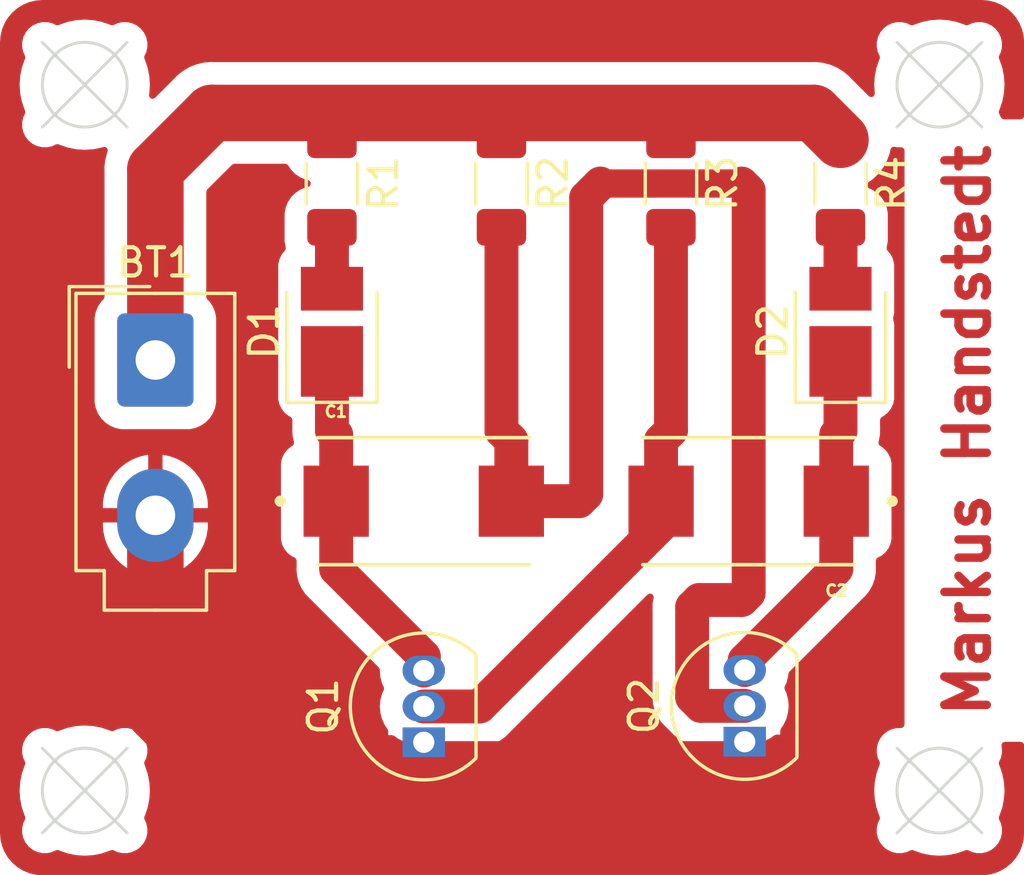
<source format=kicad_pcb>
(kicad_pcb (version 20211014) (generator pcbnew)
  (layers (0 "F.Cu" signal) (31 "B.Cu" signal) (34 "B.Paste" user) (35 "F.Paste" user) (36 "B.SilkS" user "B.Silkscreen") (37 "F.SilkS" user "F.Silkscreen") (38 "B.Mask" user) (39 "F.Mask" user) (44 "Edge.Cuts" user))
  (net 0 "")
  (net 1 "Net-(BT1-Pad1)")
  (net 2 "Net-(C1-Pad1)")
  (net 3 "Net-(C1-Pad2)")
  (net 4 "Net-(C2-Pad1)")
  (net 5 "Net-(C2-Pad2)")
  (net 6 "Net-(D1-Pad2)")
  (net 7 "Net-(D2-Pad2)")
  (net 8 "GND")
  (footprint "Package_TO_SOT_THT:TO-92_Inline" (layer "F.Cu") (at 192.11 81.77 90)
    (fp_text reference "Q2" (at 1.27 -3.56 90) (layer "F.SilkS"))
    (fp_text value "2N3904")
    (fp_line (start -0.53 1.85) (end 3.07 1.85) (layer "F.SilkS") (width 0.12))
    (fp_arc (start -0.568478 1.838478) (mid -1.132087 -0.994977) (end 1.27 -2.6) (layer "F.SilkS") (width 0.12))
    (fp_arc (start 1.27 -2.6) (mid 3.672087 -0.994977) (end 3.108478 1.838478) (layer "F.SilkS") (width 0.12))
    (pad "1" thru_hole rect (at 0 0 90) (size 1.05 1.5) (drill 0.75) (layers *.Cu *.Mask) (net 8 "GND"))
    (pad "2" thru_hole oval (at 1.27 0 90) (size 1.05 1.5) (drill 0.75) (layers *.Cu *.Mask) (net 3 "Net-(C1-Pad2)"))
    (pad "3" thru_hole oval (at 2.54 0 90) (size 1.05 1.5) (drill 0.75) (layers *.Cu *.Mask) (net 4 "Net-(C2-Pad1)"))
  )
  (footprint "LED_SMD:LED_PLCC_2835_Handsoldering" (layer "F.Cu") (at 195.5 67.25 90)
    (fp_text reference "D2" (at 0 -2.4 90) (layer "F.SilkS"))
    (fp_text value "RED")
    (fp_line (start 1.4 1.6) (end -2.5 1.6) (layer "F.SilkS") (width 0.12))
    (fp_line (start -2.5 -1.6) (end -2.5 1.6) (layer "F.SilkS") (width 0.12))
    (fp_line (start 1.4 -1.6) (end -2.5 -1.6) (layer "F.SilkS") (width 0.12))
    (pad "1" smd rect (at -1.05 0 90) (size 2.5 2.2) (layers "F.Cu" "F.Paste" "F.Mask") (net 4 "Net-(C2-Pad1)"))
    (pad "2" smd rect (at 1.525 0 90) (size 1.55 2.2) (layers "F.Cu" "F.Paste" "F.Mask") (net 7 "Net-(D2-Pad2)"))
  )
  (footprint "293D107X9010D2TE3:CAPPM7343X310N" (layer "F.Cu") (at 192.25 73.25 180)
    (fp_text reference "C2" (at -3.11 -3.17) (layer "F.SilkS") (effects (font (size 0.393701 0.393701))))
    (fp_text value "100uF")
    (fp_line (start -3.75 2.25) (end 3.75 2.25) (layer "F.SilkS") (width 0.127))
    (fp_line (start -3.75 -2.25) (end 3.75 -2.25) (layer "F.SilkS") (width 0.127))
    (fp_circle (center -5.08 0) (end -4.98 0) (layer "F.SilkS") (width 0.2) (fill none))
    (pad "1" smd rect locked (at -3.1 0 180) (size 2.31 2.52) (layers "F.Cu" "F.Paste" "F.Mask") (net 4 "Net-(C2-Pad1)"))
    (pad "2" smd rect locked (at 3.1 0 180) (size 2.31 2.52) (layers "F.Cu" "F.Paste" "F.Mask") (net 5 "Net-(C2-Pad2)"))
  )
  (footprint "Resistor_SMD:R_1206_3216Metric_Pad1.30x1.75mm_HandSolder" (layer "F.Cu") (at 189.5 62 -90)
    (fp_text reference "R3" (at 0 -1.82 90) (layer "F.SilkS"))
    (fp_text value "5k6")
    (fp_line (start -0.727064 0.91) (end 0.727064 0.91) (layer "F.SilkS") (width 0.12))
    (fp_line (start -0.727064 -0.91) (end 0.727064 -0.91) (layer "F.SilkS") (width 0.12))
    (pad "1" smd roundrect (at -1.55 0 270) (size 1.3 1.75) (layers "F.Cu" "F.Paste" "F.Mask") (roundrect_rratio 0.192308) (net 1 "Net-(BT1-Pad1)"))
    (pad "2" smd roundrect (at 1.55 0 270) (size 1.3 1.75) (layers "F.Cu" "F.Paste" "F.Mask") (roundrect_rratio 0.192308) (net 5 "Net-(C2-Pad2)"))
  )
  (footprint "293D107X9010D2TE3:CAPPM7343X310N" (layer "F.Cu") (at 180.75 73.25)
    (fp_text reference "C1" (at -3.11 -3.17) (layer "F.SilkS") (effects (font (size 0.393701 0.393701))))
    (fp_text value "100uF")
    (fp_line (start -3.75 2.25) (end 3.75 2.25) (layer "F.SilkS") (width 0.127))
    (fp_line (start -3.75 -2.25) (end 3.75 -2.25) (layer "F.SilkS") (width 0.127))
    (fp_circle (center -5.08 0) (end -4.98 0) (layer "F.SilkS") (width 0.2) (fill none))
    (pad "1" smd rect locked (at -3.1 0) (size 2.31 2.52) (layers "F.Cu" "F.Paste" "F.Mask") (net 2 "Net-(C1-Pad1)"))
    (pad "2" smd rect locked (at 3.1 0) (size 2.31 2.52) (layers "F.Cu" "F.Paste" "F.Mask") (net 3 "Net-(C1-Pad2)"))
  )
  (footprint "Resistor_SMD:R_1206_3216Metric_Pad1.30x1.75mm_HandSolder" (layer "F.Cu") (at 183.5 62 -90)
    (fp_text reference "R2" (at 0 -1.82 90) (layer "F.SilkS"))
    (fp_text value "5k6")
    (fp_line (start -0.727064 -0.91) (end 0.727064 -0.91) (layer "F.SilkS") (width 0.12))
    (fp_line (start -0.727064 0.91) (end 0.727064 0.91) (layer "F.SilkS") (width 0.12))
    (pad "1" smd roundrect (at -1.55 0 270) (size 1.3 1.75) (layers "F.Cu" "F.Paste" "F.Mask") (roundrect_rratio 0.192308) (net 1 "Net-(BT1-Pad1)"))
    (pad "2" smd roundrect (at 1.55 0 270) (size 1.3 1.75) (layers "F.Cu" "F.Paste" "F.Mask") (roundrect_rratio 0.192308) (net 3 "Net-(C1-Pad2)"))
  )
  (footprint "Resistor_SMD:R_1206_3216Metric_Pad1.30x1.75mm_HandSolder" (layer "F.Cu") (at 195.5 62 -90)
    (fp_text reference "R4" (at 0 -1.82 90) (layer "F.SilkS"))
    (fp_text value "470")
    (fp_line (start -0.727064 -0.91) (end 0.727064 -0.91) (layer "F.SilkS") (width 0.12))
    (fp_line (start -0.727064 0.91) (end 0.727064 0.91) (layer "F.SilkS") (width 0.12))
    (pad "1" smd roundrect (at -1.55 0 270) (size 1.3 1.75) (layers "F.Cu" "F.Paste" "F.Mask") (roundrect_rratio 0.192308) (net 1 "Net-(BT1-Pad1)"))
    (pad "2" smd roundrect (at 1.55 0 270) (size 1.3 1.75) (layers "F.Cu" "F.Paste" "F.Mask") (roundrect_rratio 0.192308) (net 7 "Net-(D2-Pad2)"))
  )
  (footprint "LED_SMD:LED_PLCC_2835_Handsoldering" (layer "F.Cu") (at 177.5 67.25 90)
    (fp_text reference "D1" (at 0 -2.4 90) (layer "F.SilkS"))
    (fp_text value "RED")
    (fp_line (start -2.5 -1.6) (end -2.5 1.6) (layer "F.SilkS") (width 0.12))
    (fp_line (start 1.4 1.6) (end -2.5 1.6) (layer "F.SilkS") (width 0.12))
    (fp_line (start 1.4 -1.6) (end -2.5 -1.6) (layer "F.SilkS") (width 0.12))
    (pad "1" smd rect (at -1.05 0 90) (size 2.5 2.2) (layers "F.Cu" "F.Paste" "F.Mask") (net 2 "Net-(C1-Pad1)"))
    (pad "2" smd rect (at 1.525 0 90) (size 1.55 2.2) (layers "F.Cu" "F.Paste" "F.Mask") (net 6 "Net-(D1-Pad2)"))
  )
  (footprint "Package_TO_SOT_THT:TO-92_Inline" (layer "F.Cu") (at 180.75 81.79 90)
    (fp_text reference "Q1" (at 1.27 -3.56 90) (layer "F.SilkS"))
    (fp_text value "2N3904")
    (fp_line (start -0.53 1.85) (end 3.07 1.85) (layer "F.SilkS") (width 0.12))
    (fp_arc (start -0.568478 1.838478) (mid -1.132087 -0.994977) (end 1.27 -2.6) (layer "F.SilkS") (width 0.12))
    (fp_arc (start 1.27 -2.6) (mid 3.672087 -0.994977) (end 3.108478 1.838478) (layer "F.SilkS") (width 0.12))
    (pad "1" thru_hole rect (at 0 0 90) (size 1.05 1.5) (drill 0.75) (layers *.Cu *.Mask) (net 8 "GND"))
    (pad "2" thru_hole oval (at 1.27 0 90) (size 1.05 1.5) (drill 0.75) (layers *.Cu *.Mask) (net 5 "Net-(C2-Pad2)"))
    (pad "3" thru_hole oval (at 2.54 0 90) (size 1.05 1.5) (drill 0.75) (layers *.Cu *.Mask) (net 2 "Net-(C1-Pad1)"))
  )
  (footprint "Connector_Molex:Molex_Mini-Fit_Jr_5566-02A_2x01_P4.20mm_Vertical" (layer "F.Cu") (at 171.25 68.25)
    (fp_text reference "BT1" (at 0 -3.45) (layer "F.SilkS"))
    (fp_text value "9V")
    (fp_line (start 0 -2.36) (end -2.81 -2.36) (layer "F.SilkS") (width 0.12))
    (fp_line (start -0.2 -2.6) (end -3.05 -2.6) (layer "F.SilkS") (width 0.12))
    (fp_line (start -1.81 8.86) (end 0 8.86) (layer "F.SilkS") (width 0.12))
    (fp_line (start 2.81 -2.36) (end 2.81 7.46) (layer "F.SilkS") (width 0.12))
    (fp_line (start -1.81 7.46) (end -1.81 8.86) (layer "F.SilkS") (width 0.12))
    (fp_line (start 2.81 7.46) (end 1.81 7.46) (layer "F.SilkS") (width 0.12))
    (fp_line (start -2.81 7.46) (end -1.81 7.46) (layer "F.SilkS") (width 0.12))
    (fp_line (start 1.81 8.86) (end 0 8.86) (layer "F.SilkS") (width 0.12))
    (fp_line (start 1.81 7.46) (end 1.81 8.86) (layer "F.SilkS") (width 0.12))
    (fp_line (start 0 -2.36) (end 2.81 -2.36) (layer "F.SilkS") (width 0.12))
    (fp_line (start -2.81 -2.36) (end -2.81 7.46) (layer "F.SilkS") (width 0.12))
    (fp_line (start -3.05 -2.6) (end -3.05 0.25) (layer "F.SilkS") (width 0.12))
    (pad "1" thru_hole roundrect (at 0 0) (size 2.7 3.3) (drill 1.4) (layers *.Cu *.Mask) (roundrect_rratio 0.092593) (net 1 "Net-(BT1-Pad1)"))
    (pad "2" thru_hole oval (at 0 5.5) (size 2.7 3.3) (drill 1.4) (layers *.Cu *.Mask) (net 8 "GND"))
  )
  (footprint "Resistor_SMD:R_1206_3216Metric_Pad1.30x1.75mm_HandSolder" (layer "F.Cu") (at 177.5 62 -90)
    (fp_text reference "R1" (at 0 -1.82 90) (layer "F.SilkS"))
    (fp_text value "470")
    (fp_line (start -0.727064 0.91) (end 0.727064 0.91) (layer "F.SilkS") (width 0.12))
    (fp_line (start -0.727064 -0.91) (end 0.727064 -0.91) (layer "F.SilkS") (width 0.12))
    (pad "1" smd roundrect (at -1.55 0 270) (size 1.3 1.75) (layers "F.Cu" "F.Paste" "F.Mask") (roundrect_rratio 0.192308) (net 1 "Net-(BT1-Pad1)"))
    (pad "2" smd roundrect (at 1.55 0 270) (size 1.3 1.75) (layers "F.Cu" "F.Paste" "F.Mask") (roundrect_rratio 0.192308) (net 6 "Net-(D1-Pad2)"))
  )
  (gr_text "Markus Handstedt" (at 200 70.75 90) (layer "F.Cu") (effects (font (size 1.5 1.5) (thickness 0.3))))
  (target x (at 168.75 83.5) (size 3) (width 0.1) (layer "Edge.Cuts"))
  (target x (at 199 58.5) (size 3) (width 0.1) (layer "Edge.Cuts"))
  (target x (at 199 83.5) (size 3) (width 0.1) (layer "Edge.Cuts"))
  (target x (at 168.75 58.5) (size 3) (width 0.1) (layer "Edge.Cuts"))
  (segment (start 171.25 68.25) (end 171.25 61.5) (width 2) (layer "F.Cu") (net 1))
  (segment (start 171.25 61.5) (end 173.25 59.5) (width 2) (layer "F.Cu") (net 1))
  (segment (start 194.55 59.5) (end 195.5 60.45) (width 2) (layer "F.Cu") (net 1))
  (segment (start 173.25 59.5) (end 194.55 59.5) (width 2) (layer "F.Cu") (net 1))
  (segment (start 177.65 75.65) (end 180.75 78.75) (width 1.2) (layer "F.Cu") (net 2))
  (segment (start 177.65 70.9) (end 177.5 70.75) (width 1.2) (layer "F.Cu") (net 2))
  (segment (start 177.65 73.25) (end 177.65 70.9) (width 1.2) (layer "F.Cu") (net 2))
  (segment (start 177.5 70.75) (end 177.5 68.3) (width 1.2) (layer "F.Cu") (net 2))
  (segment (start 177.65 73.25) (end 177.65 75.65) (width 1.2) (layer "F.Cu") (net 2))
  (segment (start 180.75 79.25) (end 180.75 78.75) (width 1.2) (layer "F.Cu") (net 2))
  (segment (start 192.25 76.5) (end 192.25 62.25) (width 1.2) (layer "F.Cu") (net 3))
  (segment (start 192 76.75) (end 190.5 76.75) (width 1.2) (layer "F.Cu") (net 3))
  (segment (start 192.25 62.25) (end 192 62) (width 1.2) (layer "F.Cu") (net 3))
  (segment (start 190.25 77) (end 190.25 80.19) (width 1.2) (layer "F.Cu") (net 3))
  (segment (start 192.25 76.5) (end 192 76.75) (width 1.2) (layer "F.Cu") (net 3))
  (segment (start 192 62) (end 187 62) (width 1) (layer "F.Cu") (net 3))
  (segment (start 183.85 73.25) (end 183.85 71.1) (width 1.2) (layer "F.Cu") (net 3))
  (segment (start 186.5 73) (end 186.25 73.25) (width 1.2) (layer "F.Cu") (net 3))
  (segment (start 186.5 62.5) (end 186.5 73) (width 1.2) (layer "F.Cu") (net 3))
  (segment (start 187 62) (end 186.5 62.5) (width 1.2) (layer "F.Cu") (net 3))
  (segment (start 186.25 73.25) (end 183.85 73.25) (width 1.2) (layer "F.Cu") (net 3))
  (segment (start 183.85 71.1) (end 183.5 70.75) (width 1.2) (layer "F.Cu") (net 3))
  (segment (start 190.5 76.75) (end 190.25 77) (width 1.2) (layer "F.Cu") (net 3))
  (segment (start 183.5 70.75) (end 183.5 63.55) (width 1.2) (layer "F.Cu") (net 3))
  (segment (start 192.11 80.5) (end 190.56 80.5) (width 1.2) (layer "F.Cu") (net 3))
  (segment (start 190.56 80.5) (end 190.25 80.19) (width 1.2) (layer "F.Cu") (net 3))
  (segment (start 195.35 73.25) (end 195.35 70.9) (width 1.2) (layer "F.Cu") (net 4))
  (segment (start 195.5 70.75) (end 195.5 68.3) (width 1.2) (layer "F.Cu") (net 4))
  (segment (start 195.35 70.9) (end 195.5 70.75) (width 1.2) (layer "F.Cu") (net 4))
  (segment (start 195.35 73.25) (end 195.35 75.65) (width 1.2) (layer "F.Cu") (net 4))
  (segment (start 192.11 78.89) (end 192.11 79.23) (width 1.2) (layer "F.Cu") (net 4))
  (segment (start 195.35 75.65) (end 192.11 78.89) (width 1.2) (layer "F.Cu") (net 4))
  (segment (start 180.75 80.52) (end 182.73 80.52) (width 1.2) (layer "F.Cu") (net 5))
  (segment (start 189.15 74.1) (end 189.15 73.25) (width 1.2) (layer "F.Cu") (net 5))
  (segment (start 189.15 71.1) (end 189.5 70.75) (width 1.2) (layer "F.Cu") (net 5))
  (segment (start 189.5 70.75) (end 189.5 63.55) (width 1.2) (layer "F.Cu") (net 5))
  (segment (start 189.15 73.25) (end 189.15 71.1) (width 1.2) (layer "F.Cu") (net 5))
  (segment (start 182.73 80.52) (end 189.15 74.1) (width 1.2) (layer "F.Cu") (net 5))
  (segment (start 177.5 63.55) (end 177.5 65.725) (width 1.2) (layer "F.Cu") (net 6))
  (segment (start 195.5 63.55) (end 195.5 65.725) (width 1.2) (layer "F.Cu") (net 7))
  (segment (start 173.25 82.75) (end 192.75 82.75) (width 2) (layer "F.Cu") (net 8))
  (segment (start 171.25 80.75) (end 173.25 82.75) (width 2) (layer "F.Cu") (net 8))
  (segment (start 171.25 73.75) (end 171.25 80.75) (width 2) (layer "F.Cu") (net 8))
  (zone (net 8) (net_name "GND") (layer "F.Cu") (connect_pads (clearance 0.8)) (min_thickness 0.254) (fill yes (thermal_gap 0.508) (thermal_bridge_width 0.508) (smoothing fillet) (radius 3))
    (polygon (pts (xy 202 58.5) (xy 202 83.5) (xy 202 86.5) (xy 165.75 86.5) (xy 165.75 83.5) (xy 165.75 58.5) (xy 165.75 55.5) (xy 202 55.5)))
  )
)
</source>
